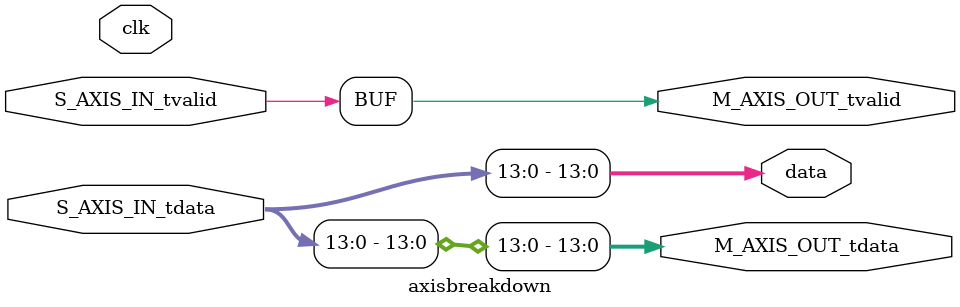
<source format=v>
`timescale 1ns / 1ps
`timescale 1ns / 1ps

module axisbreakdown #
(    
parameter ADC_WIDTH = 14,
parameter AXIS_TDATA_WIDTH = 32)(

    (* X_INTERFACE_PARAMETER = "FREQ_HZ 125000000" *)
    input [AXIS_TDATA_WIDTH-1:0]   S_AXIS_IN_tdata, // this is the actual signal input that we care about
    input                          S_AXIS_IN_tvalid,
    input                          clk,
    (* X_INTERFACE_PARAMETER = "FREQ_HZ 125000000" *)
    output [AXIS_TDATA_WIDTH-1:0]  M_AXIS_OUT_tdata,
    output                         M_AXIS_OUT_tvalid,
        // ADC data that contains info on the input pulse
    output wire signed [ADC_WIDTH-1:0]    data
    );
        // Wire AXIS IN to AXIS OUT
    assign  M_AXIS_OUT_tdata[ADC_WIDTH-1:0] = S_AXIS_IN_tdata[ADC_WIDTH-1:0];
    assign  M_AXIS_OUT_tvalid = S_AXIS_IN_tvalid;
     // Extract only the 14-bits of ADC data 
    assign  data = S_AXIS_IN_tdata[ADC_WIDTH-1:0]; // extract the 14-bit data from the 32-bit data - this "compresses" our acutal signal
endmodule

</source>
